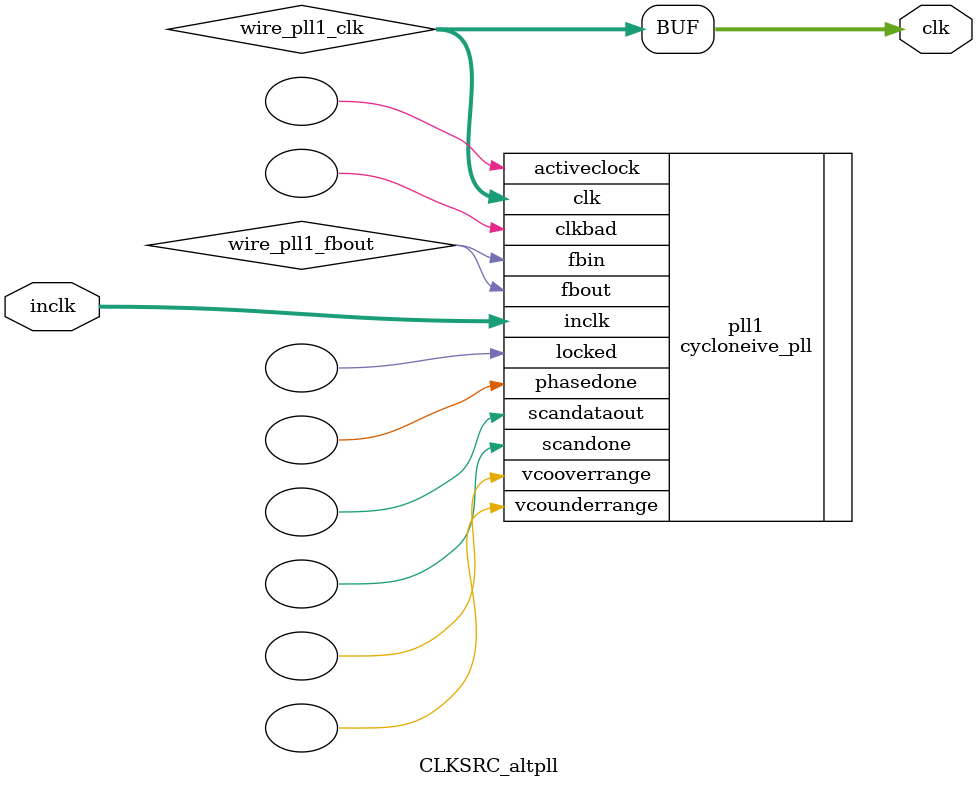
<source format=v>






//synthesis_resources = cycloneive_pll 1 
//synopsys translate_off
`timescale 1 ps / 1 ps
//synopsys translate_on
module  CLKSRC_altpll
	( 
	clk,
	inclk) /* synthesis synthesis_clearbox=1 */;
	output   [4:0]  clk;
	input   [1:0]  inclk;
`ifndef ALTERA_RESERVED_QIS
// synopsys translate_off
`endif
	tri0   [1:0]  inclk;
`ifndef ALTERA_RESERVED_QIS
// synopsys translate_on
`endif

	wire  [4:0]   wire_pll1_clk;
	wire  wire_pll1_fbout;

	cycloneive_pll   pll1
	( 
	.activeclock(),
	.clk(wire_pll1_clk),
	.clkbad(),
	.fbin(wire_pll1_fbout),
	.fbout(wire_pll1_fbout),
	.inclk(inclk),
	.locked(),
	.phasedone(),
	.scandataout(),
	.scandone(),
	.vcooverrange(),
	.vcounderrange()
	`ifndef FORMAL_VERIFICATION
	// synopsys translate_off
	`endif
	,
	.areset(1'b0),
	.clkswitch(1'b0),
	.configupdate(1'b0),
	.pfdena(1'b1),
	.phasecounterselect({3{1'b0}}),
	.phasestep(1'b0),
	.phaseupdown(1'b0),
	.scanclk(1'b0),
	.scanclkena(1'b1),
	.scandata(1'b0)
	`ifndef FORMAL_VERIFICATION
	// synopsys translate_on
	`endif
	);
	defparam
		pll1.bandwidth_type = "auto",
		pll1.clk0_divide_by = 1,
		pll1.clk0_duty_cycle = 50,
		pll1.clk0_multiply_by = 2,
		pll1.clk0_phase_shift = "0",
		pll1.compensate_clock = "clk0",
		pll1.inclk0_input_frequency = 20000,
		pll1.operation_mode = "normal",
		pll1.pll_type = "auto",
		pll1.lpm_type = "cycloneive_pll";
	assign
		clk = {wire_pll1_clk[4:0]};
endmodule //CLKSRC_altpll
//VALID FILE

</source>
